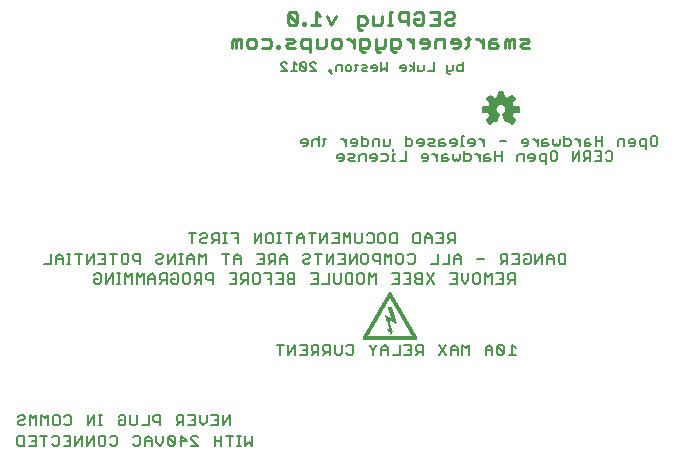
<source format=gbo>
G75*
G70*
%OFA0B0*%
%FSLAX24Y24*%
%IPPOS*%
%LPD*%
%AMOC8*
5,1,8,0,0,1.08239X$1,22.5*
%
%ADD10C,0.0110*%
%ADD11C,0.0080*%
%ADD12C,0.0060*%
%ADD13C,0.0070*%
%ADD14R,0.1716X0.0003*%
%ADD15R,0.1740X0.0003*%
%ADD16R,0.1752X0.0003*%
%ADD17R,0.1758X0.0003*%
%ADD18R,0.1770X0.0003*%
%ADD19R,0.1776X0.0003*%
%ADD20R,0.1782X0.0003*%
%ADD21R,0.1788X0.0003*%
%ADD22R,0.1794X0.0003*%
%ADD23R,0.1800X0.0003*%
%ADD24R,0.1779X0.0003*%
%ADD25R,0.1764X0.0003*%
%ADD26R,0.0111X0.0003*%
%ADD27R,0.0114X0.0003*%
%ADD28R,0.0111X0.0003*%
%ADD29R,0.0114X0.0003*%
%ADD30R,0.0006X0.0003*%
%ADD31R,0.0009X0.0003*%
%ADD32R,0.0012X0.0003*%
%ADD33R,0.0015X0.0003*%
%ADD34R,0.0018X0.0003*%
%ADD35R,0.0024X0.0003*%
%ADD36R,0.0027X0.0003*%
%ADD37R,0.0030X0.0003*%
%ADD38R,0.0033X0.0003*%
%ADD39R,0.0039X0.0003*%
%ADD40R,0.0042X0.0003*%
%ADD41R,0.0045X0.0003*%
%ADD42R,0.0048X0.0003*%
%ADD43R,0.0051X0.0003*%
%ADD44R,0.0057X0.0003*%
%ADD45R,0.0060X0.0003*%
%ADD46R,0.0063X0.0003*%
%ADD47R,0.0066X0.0003*%
%ADD48R,0.0072X0.0003*%
%ADD49R,0.0075X0.0003*%
%ADD50R,0.0078X0.0003*%
%ADD51R,0.0081X0.0003*%
%ADD52R,0.0087X0.0003*%
%ADD53R,0.0090X0.0003*%
%ADD54R,0.0093X0.0003*%
%ADD55R,0.0096X0.0003*%
%ADD56R,0.0099X0.0003*%
%ADD57R,0.0102X0.0003*%
%ADD58R,0.0105X0.0003*%
%ADD59R,0.0108X0.0003*%
%ADD60R,0.0120X0.0003*%
%ADD61R,0.0123X0.0003*%
%ADD62R,0.0126X0.0003*%
%ADD63R,0.0129X0.0003*%
%ADD64R,0.0036X0.0003*%
%ADD65R,0.0024X0.0003*%
%ADD66R,0.0021X0.0003*%
%ADD67R,0.0021X0.0003*%
%ADD68R,0.0069X0.0003*%
%ADD69R,0.0078X0.0003*%
%ADD70R,0.0084X0.0003*%
%ADD71R,0.0081X0.0003*%
%ADD72R,0.0084X0.0003*%
%ADD73R,0.0108X0.0003*%
%ADD74R,0.0087X0.0003*%
%ADD75R,0.0054X0.0003*%
%ADD76R,0.0117X0.0003*%
%ADD77R,0.0132X0.0003*%
%ADD78R,0.0138X0.0003*%
%ADD79R,0.0144X0.0003*%
%ADD80R,0.0150X0.0003*%
%ADD81R,0.0153X0.0003*%
%ADD82R,0.0159X0.0003*%
%ADD83R,0.0165X0.0003*%
%ADD84R,0.0168X0.0003*%
%ADD85R,0.0174X0.0003*%
%ADD86R,0.0180X0.0003*%
%ADD87R,0.0183X0.0003*%
%ADD88R,0.0294X0.0003*%
%ADD89R,0.0291X0.0003*%
%ADD90R,0.0294X0.0003*%
%ADD91R,0.0198X0.0003*%
%ADD92R,0.0192X0.0003*%
%ADD93R,0.0189X0.0003*%
%ADD94R,0.0186X0.0003*%
%ADD95R,0.0174X0.0003*%
%ADD96R,0.0171X0.0003*%
%ADD97R,0.0162X0.0003*%
%ADD98R,0.0156X0.0003*%
%ADD99R,0.0147X0.0003*%
%ADD100R,0.0141X0.0003*%
%ADD101R,0.0135X0.0003*%
%ADD102R,0.0054X0.0003*%
%ADD103R,0.0003X0.0003*%
%ADD104R,0.0141X0.0003*%
%ADD105R,0.0138X0.0003*%
%ADD106R,0.0144X0.0003*%
%ADD107R,0.0003X0.0114*%
%ADD108R,0.0222X0.0003*%
%ADD109R,0.0216X0.0003*%
%ADD110R,0.0210X0.0003*%
%ADD111R,0.0204X0.0003*%
%ADD112C,0.0059*%
D10*
X013570Y015835D02*
X013570Y016285D01*
X013345Y016285D01*
X013270Y016210D01*
X013270Y016060D01*
X013345Y015985D01*
X013570Y015985D01*
X013785Y015985D02*
X013785Y016285D01*
X014086Y016285D02*
X014086Y016060D01*
X014011Y015985D01*
X013785Y015985D01*
X014301Y016060D02*
X014301Y016210D01*
X014376Y016285D01*
X014526Y016285D01*
X014601Y016210D01*
X014601Y016060D01*
X014526Y015985D01*
X014376Y015985D01*
X014301Y016060D01*
X014806Y016285D02*
X014881Y016285D01*
X015031Y016135D01*
X015031Y015985D02*
X015031Y016285D01*
X015246Y016285D02*
X015472Y016285D01*
X015547Y016210D01*
X015547Y016060D01*
X015472Y015985D01*
X015246Y015985D01*
X015246Y015910D02*
X015246Y016285D01*
X015228Y016585D02*
X015153Y016660D01*
X015153Y017035D01*
X015378Y017035D01*
X015453Y016960D01*
X015453Y016810D01*
X015378Y016735D01*
X015153Y016735D01*
X015228Y016585D02*
X015303Y016585D01*
X015668Y016735D02*
X015668Y017035D01*
X015668Y016735D02*
X015894Y016735D01*
X015969Y016810D01*
X015969Y017035D01*
X016237Y017185D02*
X016237Y016735D01*
X016312Y016735D02*
X016162Y016735D01*
X016528Y016960D02*
X016603Y016885D01*
X016828Y016885D01*
X016828Y016735D02*
X016828Y017185D01*
X016603Y017185D01*
X016528Y017110D01*
X016528Y016960D01*
X016312Y017185D02*
X016237Y017185D01*
X017043Y017110D02*
X017119Y017185D01*
X017269Y017185D01*
X017344Y017110D01*
X017344Y016810D01*
X017269Y016735D01*
X017119Y016735D01*
X017043Y016810D01*
X017043Y016960D01*
X017194Y016960D01*
X017559Y016735D02*
X017859Y016735D01*
X017859Y017185D01*
X017559Y017185D01*
X017709Y016960D02*
X017859Y016960D01*
X018075Y016885D02*
X018075Y016810D01*
X018150Y016735D01*
X018300Y016735D01*
X018375Y016810D01*
X018300Y016960D02*
X018150Y016960D01*
X018075Y016885D01*
X018075Y017110D02*
X018150Y017185D01*
X018300Y017185D01*
X018375Y017110D01*
X018375Y017035D01*
X018300Y016960D01*
X018329Y016285D02*
X018254Y016210D01*
X018254Y016135D01*
X018555Y016135D01*
X018555Y016060D02*
X018555Y016210D01*
X018480Y016285D01*
X018329Y016285D01*
X018039Y016285D02*
X017814Y016285D01*
X017739Y016210D01*
X017739Y015985D01*
X017523Y016060D02*
X017523Y016210D01*
X017448Y016285D01*
X017298Y016285D01*
X017223Y016210D01*
X017223Y016135D01*
X017523Y016135D01*
X017523Y016060D02*
X017448Y015985D01*
X017298Y015985D01*
X017008Y015985D02*
X017008Y016285D01*
X017008Y016135D02*
X016858Y016285D01*
X016783Y016285D01*
X016578Y016210D02*
X016578Y016060D01*
X016503Y015985D01*
X016278Y015985D01*
X016278Y015910D02*
X016278Y016285D01*
X016503Y016285D01*
X016578Y016210D01*
X016278Y015910D02*
X016353Y015835D01*
X016428Y015835D01*
X016062Y016060D02*
X015987Y015985D01*
X015762Y015985D01*
X015762Y015910D02*
X015837Y015835D01*
X015912Y015835D01*
X015762Y015910D02*
X015762Y016285D01*
X016062Y016285D02*
X016062Y016060D01*
X015397Y015835D02*
X015322Y015835D01*
X015246Y015910D01*
X014272Y016735D02*
X014122Y017035D01*
X013906Y017035D02*
X013756Y017185D01*
X013756Y016735D01*
X013906Y016735D02*
X013606Y016735D01*
X013390Y016735D02*
X013315Y016735D01*
X013315Y016810D01*
X013390Y016810D01*
X013390Y016735D01*
X013133Y016810D02*
X012832Y017110D01*
X012832Y016810D01*
X012907Y016735D01*
X013058Y016735D01*
X013133Y016810D01*
X013133Y017110D01*
X013058Y017185D01*
X012907Y017185D01*
X012832Y017110D01*
X012754Y016285D02*
X012979Y016285D01*
X013054Y016210D01*
X012979Y016135D01*
X012829Y016135D01*
X012754Y016060D01*
X012829Y015985D01*
X013054Y015985D01*
X012539Y015985D02*
X012464Y015985D01*
X012464Y016060D01*
X012539Y016060D01*
X012539Y015985D01*
X012281Y016060D02*
X012281Y016210D01*
X012206Y016285D01*
X011981Y016285D01*
X011765Y016210D02*
X011765Y016060D01*
X011690Y015985D01*
X011540Y015985D01*
X011465Y016060D01*
X011465Y016210D01*
X011540Y016285D01*
X011690Y016285D01*
X011765Y016210D01*
X011981Y015985D02*
X012206Y015985D01*
X012281Y016060D01*
X011250Y015985D02*
X011250Y016285D01*
X011175Y016285D01*
X011100Y016210D01*
X011025Y016285D01*
X010949Y016210D01*
X010949Y015985D01*
X011100Y015985D02*
X011100Y016210D01*
X014272Y016735D02*
X014422Y017035D01*
X018039Y016285D02*
X018039Y015985D01*
X018329Y015985D02*
X018480Y015985D01*
X018555Y016060D01*
X018748Y015985D02*
X018823Y016060D01*
X018823Y016360D01*
X018898Y016285D02*
X018748Y016285D01*
X019103Y016285D02*
X019178Y016285D01*
X019328Y016135D01*
X019328Y015985D02*
X019328Y016285D01*
X019543Y016210D02*
X019543Y015985D01*
X019769Y015985D01*
X019844Y016060D01*
X019769Y016135D01*
X019543Y016135D01*
X019543Y016210D02*
X019619Y016285D01*
X019769Y016285D01*
X020059Y016210D02*
X020059Y015985D01*
X020209Y015985D02*
X020209Y016210D01*
X020134Y016285D01*
X020059Y016210D01*
X020209Y016210D02*
X020284Y016285D01*
X020359Y016285D01*
X020359Y015985D01*
X020575Y016060D02*
X020650Y016135D01*
X020800Y016135D01*
X020875Y016210D01*
X020800Y016285D01*
X020575Y016285D01*
X020575Y016060D02*
X020650Y015985D01*
X020875Y015985D01*
D11*
X003864Y002720D02*
X003807Y002777D01*
X003807Y003004D01*
X003864Y003060D01*
X004034Y003060D01*
X004034Y002720D01*
X003864Y002720D01*
X004194Y002720D02*
X004421Y002720D01*
X004421Y003060D01*
X004194Y003060D01*
X004308Y002890D02*
X004421Y002890D01*
X004581Y003060D02*
X004808Y003060D01*
X004694Y003060D02*
X004694Y002720D01*
X004968Y002777D02*
X005024Y002720D01*
X005138Y002720D01*
X005195Y002777D01*
X005195Y003004D01*
X005138Y003060D01*
X005024Y003060D01*
X004968Y003004D01*
X005354Y003060D02*
X005581Y003060D01*
X005581Y002720D01*
X005354Y002720D01*
X005468Y002890D02*
X005581Y002890D01*
X005741Y002720D02*
X005741Y003060D01*
X005968Y003060D02*
X005741Y002720D01*
X005968Y002720D02*
X005968Y003060D01*
X006128Y003060D02*
X006128Y002720D01*
X006355Y003060D01*
X006355Y002720D01*
X006515Y002777D02*
X006515Y003004D01*
X006571Y003060D01*
X006685Y003060D01*
X006741Y003004D01*
X006741Y002777D01*
X006685Y002720D01*
X006571Y002720D01*
X006515Y002777D01*
X006901Y002777D02*
X006958Y002720D01*
X007071Y002720D01*
X007128Y002777D01*
X007128Y003004D01*
X007071Y003060D01*
X006958Y003060D01*
X006901Y003004D01*
X006636Y003408D02*
X006523Y003408D01*
X006579Y003408D02*
X006579Y003748D01*
X006523Y003748D02*
X006636Y003748D01*
X006378Y003748D02*
X006151Y003408D01*
X006151Y003748D01*
X006378Y003748D02*
X006378Y003408D01*
X005605Y003464D02*
X005548Y003408D01*
X005435Y003408D01*
X005378Y003464D01*
X005218Y003464D02*
X005218Y003691D01*
X005161Y003748D01*
X005048Y003748D01*
X004991Y003691D01*
X004991Y003464D01*
X005048Y003408D01*
X005161Y003408D01*
X005218Y003464D01*
X005378Y003691D02*
X005435Y003748D01*
X005548Y003748D01*
X005605Y003691D01*
X005605Y003464D01*
X004831Y003408D02*
X004831Y003748D01*
X004718Y003634D01*
X004604Y003748D01*
X004604Y003408D01*
X004445Y003408D02*
X004445Y003748D01*
X004331Y003634D01*
X004218Y003748D01*
X004218Y003408D01*
X004058Y003464D02*
X004001Y003408D01*
X003888Y003408D01*
X003831Y003464D01*
X003831Y003521D01*
X003888Y003578D01*
X004001Y003578D01*
X004058Y003634D01*
X004058Y003691D01*
X004001Y003748D01*
X003888Y003748D01*
X003831Y003691D01*
X007183Y003691D02*
X007239Y003748D01*
X007353Y003748D01*
X007409Y003691D01*
X007409Y003464D01*
X007353Y003408D01*
X007239Y003408D01*
X007183Y003464D01*
X007183Y003578D01*
X007296Y003578D01*
X007569Y003464D02*
X007569Y003748D01*
X007796Y003748D02*
X007796Y003464D01*
X007739Y003408D01*
X007626Y003408D01*
X007569Y003464D01*
X007956Y003408D02*
X008183Y003408D01*
X008183Y003748D01*
X008343Y003691D02*
X008343Y003578D01*
X008399Y003521D01*
X008570Y003521D01*
X008570Y003408D02*
X008570Y003748D01*
X008399Y003748D01*
X008343Y003691D01*
X008448Y003060D02*
X008448Y002833D01*
X008562Y002720D01*
X008675Y002833D01*
X008675Y003060D01*
X008835Y003004D02*
X009062Y002777D01*
X009005Y002720D01*
X008892Y002720D01*
X008835Y002777D01*
X008835Y003004D01*
X008892Y003060D01*
X009005Y003060D01*
X009062Y003004D01*
X009062Y002777D01*
X009222Y002890D02*
X009449Y002890D01*
X009278Y003060D01*
X009278Y002720D01*
X009608Y002720D02*
X009835Y002720D01*
X009608Y002947D01*
X009608Y003004D01*
X009665Y003060D01*
X009779Y003060D01*
X009835Y003004D01*
X009730Y003408D02*
X009503Y003408D01*
X009343Y003408D02*
X009343Y003748D01*
X009173Y003748D01*
X009116Y003691D01*
X009116Y003578D01*
X009173Y003521D01*
X009343Y003521D01*
X009230Y003521D02*
X009116Y003408D01*
X009616Y003578D02*
X009730Y003578D01*
X009890Y003521D02*
X009890Y003748D01*
X009730Y003748D02*
X009730Y003408D01*
X009890Y003521D02*
X010003Y003408D01*
X010117Y003521D01*
X010117Y003748D01*
X010276Y003748D02*
X010503Y003748D01*
X010503Y003408D01*
X010276Y003408D01*
X010390Y003578D02*
X010503Y003578D01*
X010663Y003408D02*
X010663Y003748D01*
X010890Y003748D02*
X010663Y003408D01*
X010890Y003408D02*
X010890Y003748D01*
X010882Y003060D02*
X010882Y002720D01*
X011140Y002720D02*
X011253Y002720D01*
X011197Y002720D02*
X011197Y003060D01*
X011253Y003060D02*
X011140Y003060D01*
X010995Y003060D02*
X010769Y003060D01*
X010609Y003060D02*
X010609Y002720D01*
X010609Y002890D02*
X010382Y002890D01*
X010382Y003060D02*
X010382Y002720D01*
X011413Y002720D02*
X011413Y003060D01*
X011640Y003060D02*
X011640Y002720D01*
X011527Y002833D01*
X011413Y002720D01*
X009730Y003748D02*
X009503Y003748D01*
X008288Y002947D02*
X008175Y003060D01*
X008061Y002947D01*
X008061Y002720D01*
X007902Y002777D02*
X007845Y002720D01*
X007731Y002720D01*
X007675Y002777D01*
X007675Y003004D02*
X007731Y003060D01*
X007845Y003060D01*
X007902Y003004D01*
X007902Y002777D01*
X008061Y002890D02*
X008288Y002890D01*
X008288Y002947D02*
X008288Y002720D01*
X012573Y005751D02*
X012573Y006092D01*
X012460Y006092D02*
X012687Y006092D01*
X012847Y006092D02*
X012847Y005751D01*
X013073Y006092D01*
X013073Y005751D01*
X013233Y005751D02*
X013460Y005751D01*
X013460Y006092D01*
X013233Y006092D01*
X013347Y005921D02*
X013460Y005921D01*
X013620Y005921D02*
X013677Y005865D01*
X013847Y005865D01*
X013733Y005865D02*
X013620Y005751D01*
X013620Y005921D02*
X013620Y006035D01*
X013677Y006092D01*
X013847Y006092D01*
X013847Y005751D01*
X014007Y005751D02*
X014120Y005865D01*
X014063Y005865D02*
X014234Y005865D01*
X014234Y005751D02*
X014234Y006092D01*
X014063Y006092D01*
X014007Y006035D01*
X014007Y005921D01*
X014063Y005865D01*
X014393Y005808D02*
X014393Y006092D01*
X014620Y006092D02*
X014620Y005808D01*
X014564Y005751D01*
X014450Y005751D01*
X014393Y005808D01*
X014780Y005808D02*
X014837Y005751D01*
X014950Y005751D01*
X015007Y005808D01*
X015007Y006035D01*
X014950Y006092D01*
X014837Y006092D01*
X014780Y006035D01*
X015554Y006035D02*
X015554Y006092D01*
X015554Y006035D02*
X015667Y005921D01*
X015667Y005751D01*
X015667Y005921D02*
X015781Y006035D01*
X015781Y006092D01*
X015940Y005978D02*
X015940Y005751D01*
X015940Y005921D02*
X016167Y005921D01*
X016167Y005978D02*
X016054Y006092D01*
X015940Y005978D01*
X016167Y005978D02*
X016167Y005751D01*
X016327Y005751D02*
X016554Y005751D01*
X016554Y006092D01*
X016714Y006092D02*
X016941Y006092D01*
X016941Y005751D01*
X016714Y005751D01*
X016827Y005921D02*
X016941Y005921D01*
X017101Y005921D02*
X017157Y005865D01*
X017327Y005865D01*
X017214Y005865D02*
X017101Y005751D01*
X017101Y005921D02*
X017101Y006035D01*
X017157Y006092D01*
X017327Y006092D01*
X017327Y005751D01*
X017874Y005751D02*
X018101Y006092D01*
X018261Y005978D02*
X018261Y005751D01*
X018101Y005751D02*
X017874Y006092D01*
X018261Y005978D02*
X018374Y006092D01*
X018488Y005978D01*
X018488Y005751D01*
X018647Y005751D02*
X018647Y006092D01*
X018761Y005978D01*
X018874Y006092D01*
X018874Y005751D01*
X018488Y005921D02*
X018261Y005921D01*
X019421Y005921D02*
X019648Y005921D01*
X019648Y005978D02*
X019534Y006092D01*
X019421Y005978D01*
X019421Y005751D01*
X019648Y005751D02*
X019648Y005978D01*
X019808Y006035D02*
X020035Y005808D01*
X019978Y005751D01*
X019864Y005751D01*
X019808Y005808D01*
X019808Y006035D01*
X019864Y006092D01*
X019978Y006092D01*
X020035Y006035D01*
X020035Y005808D01*
X020194Y005751D02*
X020421Y005751D01*
X020308Y005751D02*
X020308Y006092D01*
X020421Y005978D01*
X020390Y008126D02*
X020390Y008467D01*
X020220Y008467D01*
X020163Y008410D01*
X020163Y008296D01*
X020220Y008240D01*
X020390Y008240D01*
X020277Y008240D02*
X020163Y008126D01*
X020003Y008126D02*
X019776Y008126D01*
X019617Y008126D02*
X019617Y008467D01*
X019503Y008353D01*
X019390Y008467D01*
X019390Y008126D01*
X019230Y008183D02*
X019230Y008410D01*
X019173Y008467D01*
X019060Y008467D01*
X019003Y008410D01*
X019003Y008183D01*
X019060Y008126D01*
X019173Y008126D01*
X019230Y008183D01*
X018843Y008240D02*
X018730Y008126D01*
X018616Y008240D01*
X018616Y008467D01*
X018456Y008467D02*
X018456Y008126D01*
X018229Y008126D01*
X018343Y008296D02*
X018456Y008296D01*
X018456Y008467D02*
X018229Y008467D01*
X018210Y008783D02*
X017983Y008783D01*
X017823Y008783D02*
X017597Y008783D01*
X017823Y008783D02*
X017823Y009123D01*
X017776Y009470D02*
X018003Y009470D01*
X018003Y009810D01*
X017776Y009810D01*
X017617Y009697D02*
X017503Y009810D01*
X017390Y009697D01*
X017390Y009470D01*
X017230Y009470D02*
X017060Y009470D01*
X017003Y009527D01*
X017003Y009754D01*
X017060Y009810D01*
X017230Y009810D01*
X017230Y009470D01*
X017390Y009640D02*
X017617Y009640D01*
X017617Y009697D02*
X017617Y009470D01*
X017890Y009640D02*
X018003Y009640D01*
X018163Y009640D02*
X018220Y009583D01*
X018390Y009583D01*
X018390Y009470D02*
X018390Y009810D01*
X018220Y009810D01*
X018163Y009754D01*
X018163Y009640D01*
X018277Y009583D02*
X018163Y009470D01*
X018210Y009123D02*
X018210Y008783D01*
X018370Y008783D02*
X018370Y009009D01*
X018483Y009123D01*
X018597Y009009D01*
X018597Y008783D01*
X018597Y008953D02*
X018370Y008953D01*
X018843Y008467D02*
X018843Y008240D01*
X019144Y008953D02*
X019370Y008953D01*
X019917Y008953D02*
X019974Y008896D01*
X020144Y008896D01*
X020144Y008783D02*
X020144Y009123D01*
X019974Y009123D01*
X019917Y009066D01*
X019917Y008953D01*
X020030Y008896D02*
X019917Y008783D01*
X020003Y008467D02*
X019776Y008467D01*
X019890Y008296D02*
X020003Y008296D01*
X020003Y008126D02*
X020003Y008467D01*
X020304Y008783D02*
X020531Y008783D01*
X020531Y009123D01*
X020304Y009123D01*
X020417Y008953D02*
X020531Y008953D01*
X020690Y008953D02*
X020804Y008953D01*
X020690Y008953D02*
X020690Y008839D01*
X020747Y008783D01*
X020861Y008783D01*
X020917Y008839D01*
X020917Y009066D01*
X020861Y009123D01*
X020747Y009123D01*
X020690Y009066D01*
X021077Y009123D02*
X021077Y008783D01*
X021304Y009123D01*
X021304Y008783D01*
X021464Y008783D02*
X021464Y009009D01*
X021577Y009123D01*
X021691Y009009D01*
X021691Y008783D01*
X021851Y008839D02*
X021907Y008783D01*
X022077Y008783D01*
X022077Y009123D01*
X021907Y009123D01*
X021851Y009066D01*
X021851Y008839D01*
X021691Y008953D02*
X021464Y008953D01*
X017683Y008467D02*
X017456Y008126D01*
X017296Y008126D02*
X017126Y008126D01*
X017069Y008183D01*
X017069Y008240D01*
X017126Y008296D01*
X017296Y008296D01*
X017296Y008126D02*
X017296Y008467D01*
X017126Y008467D01*
X017069Y008410D01*
X017069Y008353D01*
X017126Y008296D01*
X016909Y008296D02*
X016796Y008296D01*
X016909Y008126D02*
X016683Y008126D01*
X016523Y008126D02*
X016296Y008126D01*
X016409Y008296D02*
X016523Y008296D01*
X016523Y008126D02*
X016523Y008467D01*
X016296Y008467D01*
X016277Y008783D02*
X016277Y009123D01*
X016163Y009009D01*
X016050Y009123D01*
X016050Y008783D01*
X015890Y008783D02*
X015890Y009123D01*
X015720Y009123D01*
X015663Y009066D01*
X015663Y008953D01*
X015720Y008896D01*
X015890Y008896D01*
X015503Y008839D02*
X015446Y008783D01*
X015333Y008783D01*
X015276Y008839D01*
X015276Y009066D01*
X015333Y009123D01*
X015446Y009123D01*
X015503Y009066D01*
X015503Y008839D01*
X015116Y008783D02*
X015116Y009123D01*
X014889Y008783D01*
X014889Y009123D01*
X014730Y009123D02*
X014730Y008783D01*
X014503Y008783D01*
X014343Y008783D02*
X014343Y009123D01*
X014116Y008783D01*
X014116Y009123D01*
X013956Y009123D02*
X013729Y009123D01*
X013843Y009123D02*
X013843Y008783D01*
X013569Y008839D02*
X013513Y008783D01*
X013399Y008783D01*
X013343Y008839D01*
X013343Y008896D01*
X013399Y008953D01*
X013513Y008953D01*
X013569Y009009D01*
X013569Y009066D01*
X013513Y009123D01*
X013399Y009123D01*
X013343Y009066D01*
X013363Y009470D02*
X013363Y009697D01*
X013249Y009810D01*
X013136Y009697D01*
X013136Y009470D01*
X013136Y009640D02*
X013363Y009640D01*
X013522Y009810D02*
X013749Y009810D01*
X013636Y009810D02*
X013636Y009470D01*
X013909Y009470D02*
X013909Y009810D01*
X014136Y009810D02*
X013909Y009470D01*
X014136Y009470D02*
X014136Y009810D01*
X014296Y009810D02*
X014523Y009810D01*
X014523Y009470D01*
X014296Y009470D01*
X014409Y009640D02*
X014523Y009640D01*
X014683Y009810D02*
X014683Y009470D01*
X014909Y009470D02*
X014909Y009810D01*
X014796Y009697D01*
X014683Y009810D01*
X015069Y009810D02*
X015069Y009527D01*
X015126Y009470D01*
X015239Y009470D01*
X015296Y009527D01*
X015296Y009810D01*
X015456Y009754D02*
X015513Y009810D01*
X015626Y009810D01*
X015683Y009754D01*
X015683Y009527D01*
X015626Y009470D01*
X015513Y009470D01*
X015456Y009527D01*
X015843Y009527D02*
X015843Y009754D01*
X015899Y009810D01*
X016013Y009810D01*
X016070Y009754D01*
X016070Y009527D01*
X016013Y009470D01*
X015899Y009470D01*
X015843Y009527D01*
X016229Y009527D02*
X016229Y009754D01*
X016286Y009810D01*
X016456Y009810D01*
X016456Y009470D01*
X016286Y009470D01*
X016229Y009527D01*
X016493Y009123D02*
X016436Y009066D01*
X016436Y008839D01*
X016493Y008783D01*
X016607Y008783D01*
X016663Y008839D01*
X016663Y009066D01*
X016607Y009123D01*
X016493Y009123D01*
X016823Y009066D02*
X016880Y009123D01*
X016993Y009123D01*
X017050Y009066D01*
X017050Y008839D01*
X016993Y008783D01*
X016880Y008783D01*
X016823Y008839D01*
X016909Y008467D02*
X016683Y008467D01*
X016909Y008467D02*
X016909Y008126D01*
X017456Y008467D02*
X017683Y008126D01*
X015749Y008126D02*
X015749Y008467D01*
X015636Y008353D01*
X015522Y008467D01*
X015522Y008126D01*
X015363Y008183D02*
X015363Y008410D01*
X015306Y008467D01*
X015192Y008467D01*
X015136Y008410D01*
X015136Y008183D01*
X015192Y008126D01*
X015306Y008126D01*
X015363Y008183D01*
X014976Y008126D02*
X014806Y008126D01*
X014749Y008183D01*
X014749Y008410D01*
X014806Y008467D01*
X014976Y008467D01*
X014976Y008126D01*
X014589Y008183D02*
X014589Y008467D01*
X014362Y008467D02*
X014362Y008183D01*
X014419Y008126D01*
X014532Y008126D01*
X014589Y008183D01*
X014202Y008126D02*
X013975Y008126D01*
X013816Y008126D02*
X013589Y008126D01*
X013702Y008296D02*
X013816Y008296D01*
X013816Y008126D02*
X013816Y008467D01*
X013589Y008467D01*
X013042Y008467D02*
X013042Y008126D01*
X012872Y008126D01*
X012815Y008183D01*
X012815Y008240D01*
X012872Y008296D01*
X013042Y008296D01*
X012872Y008296D02*
X012815Y008353D01*
X012815Y008410D01*
X012872Y008467D01*
X013042Y008467D01*
X012655Y008467D02*
X012655Y008126D01*
X012429Y008126D01*
X012269Y008126D02*
X012269Y008467D01*
X012042Y008467D01*
X011882Y008410D02*
X011882Y008183D01*
X011825Y008126D01*
X011712Y008126D01*
X011655Y008183D01*
X011655Y008410D01*
X011712Y008467D01*
X011825Y008467D01*
X011882Y008410D01*
X012155Y008296D02*
X012269Y008296D01*
X012429Y008467D02*
X012655Y008467D01*
X012655Y008296D02*
X012542Y008296D01*
X012569Y008783D02*
X012569Y009009D01*
X012683Y009123D01*
X012796Y009009D01*
X012796Y008783D01*
X012796Y008953D02*
X012569Y008953D01*
X012409Y008896D02*
X012239Y008896D01*
X012182Y008953D01*
X012182Y009066D01*
X012239Y009123D01*
X012409Y009123D01*
X012409Y008783D01*
X012296Y008896D02*
X012182Y008783D01*
X012023Y008783D02*
X011796Y008783D01*
X011909Y008953D02*
X012023Y008953D01*
X012023Y009123D02*
X011796Y009123D01*
X012023Y009123D02*
X012023Y008783D01*
X011495Y008467D02*
X011325Y008467D01*
X011268Y008410D01*
X011268Y008296D01*
X011325Y008240D01*
X011495Y008240D01*
X011382Y008240D02*
X011268Y008126D01*
X011108Y008126D02*
X010882Y008126D01*
X010995Y008296D02*
X011108Y008296D01*
X011108Y008126D02*
X011108Y008467D01*
X010882Y008467D01*
X010749Y008783D02*
X010749Y009123D01*
X010862Y009123D02*
X010635Y009123D01*
X011022Y009009D02*
X011022Y008783D01*
X011022Y008953D02*
X011249Y008953D01*
X011249Y009009D02*
X011136Y009123D01*
X011022Y009009D01*
X011249Y009009D02*
X011249Y008783D01*
X011495Y008467D02*
X011495Y008126D01*
X010335Y008126D02*
X010335Y008467D01*
X010165Y008467D01*
X010108Y008410D01*
X010108Y008296D01*
X010165Y008240D01*
X010335Y008240D01*
X009948Y008240D02*
X009778Y008240D01*
X009721Y008296D01*
X009721Y008410D01*
X009778Y008467D01*
X009948Y008467D01*
X009948Y008126D01*
X009835Y008240D02*
X009721Y008126D01*
X009562Y008183D02*
X009562Y008410D01*
X009505Y008467D01*
X009391Y008467D01*
X009335Y008410D01*
X009335Y008183D01*
X009391Y008126D01*
X009505Y008126D01*
X009562Y008183D01*
X009175Y008183D02*
X009175Y008410D01*
X009118Y008467D01*
X009005Y008467D01*
X008948Y008410D01*
X008948Y008296D02*
X009061Y008296D01*
X008948Y008296D02*
X008948Y008183D01*
X009005Y008126D01*
X009118Y008126D01*
X009175Y008183D01*
X008788Y008240D02*
X008618Y008240D01*
X008561Y008296D01*
X008561Y008410D01*
X008618Y008467D01*
X008788Y008467D01*
X008788Y008126D01*
X008675Y008240D02*
X008561Y008126D01*
X008401Y008126D02*
X008401Y008353D01*
X008288Y008467D01*
X008175Y008353D01*
X008175Y008126D01*
X008015Y008126D02*
X008015Y008467D01*
X007901Y008353D01*
X007788Y008467D01*
X007788Y008126D01*
X007628Y008126D02*
X007628Y008467D01*
X007514Y008353D01*
X007401Y008467D01*
X007401Y008126D01*
X007241Y008126D02*
X007128Y008126D01*
X007184Y008126D02*
X007184Y008467D01*
X007128Y008467D02*
X007241Y008467D01*
X006983Y008467D02*
X006757Y008126D01*
X006757Y008467D01*
X006597Y008410D02*
X006597Y008183D01*
X006540Y008126D01*
X006426Y008126D01*
X006370Y008183D01*
X006370Y008296D01*
X006483Y008296D01*
X006370Y008410D02*
X006426Y008467D01*
X006540Y008467D01*
X006597Y008410D01*
X006983Y008467D02*
X006983Y008126D01*
X007010Y008783D02*
X007010Y009123D01*
X006897Y009123D02*
X007124Y009123D01*
X007284Y009066D02*
X007341Y009123D01*
X007454Y009123D01*
X007511Y009066D01*
X007511Y008839D01*
X007454Y008783D01*
X007341Y008783D01*
X007284Y008839D01*
X007284Y009066D01*
X006737Y009123D02*
X006737Y008783D01*
X006510Y008783D01*
X006350Y008783D02*
X006350Y009123D01*
X006124Y008783D01*
X006124Y009123D01*
X005964Y009123D02*
X005737Y009123D01*
X005850Y009123D02*
X005850Y008783D01*
X005577Y008783D02*
X005464Y008783D01*
X005520Y008783D02*
X005520Y009123D01*
X005464Y009123D02*
X005577Y009123D01*
X005319Y009009D02*
X005206Y009123D01*
X005092Y009009D01*
X005092Y008783D01*
X004932Y008783D02*
X004706Y008783D01*
X004932Y008783D02*
X004932Y009123D01*
X005092Y008953D02*
X005319Y008953D01*
X005319Y009009D02*
X005319Y008783D01*
X006510Y009123D02*
X006737Y009123D01*
X006737Y008953D02*
X006624Y008953D01*
X007671Y008953D02*
X007727Y008896D01*
X007897Y008896D01*
X007897Y008783D02*
X007897Y009123D01*
X007727Y009123D01*
X007671Y009066D01*
X007671Y008953D01*
X008444Y008896D02*
X008444Y008839D01*
X008501Y008783D01*
X008614Y008783D01*
X008671Y008839D01*
X008614Y008953D02*
X008501Y008953D01*
X008444Y008896D01*
X008444Y009066D02*
X008501Y009123D01*
X008614Y009123D01*
X008671Y009066D01*
X008671Y009009D01*
X008614Y008953D01*
X008831Y008783D02*
X008831Y009123D01*
X009058Y009123D02*
X008831Y008783D01*
X009058Y008783D02*
X009058Y009123D01*
X009202Y009123D02*
X009315Y009123D01*
X009259Y009123D02*
X009259Y008783D01*
X009315Y008783D02*
X009202Y008783D01*
X009475Y008783D02*
X009475Y009009D01*
X009589Y009123D01*
X009702Y009009D01*
X009702Y008783D01*
X009862Y008783D02*
X009862Y009123D01*
X009975Y009009D01*
X010089Y009123D01*
X010089Y008783D01*
X009702Y008953D02*
X009475Y008953D01*
X009640Y009470D02*
X009640Y009810D01*
X009753Y009810D02*
X009526Y009810D01*
X009913Y009754D02*
X009970Y009810D01*
X010083Y009810D01*
X010140Y009754D01*
X010140Y009697D01*
X010083Y009640D01*
X009970Y009640D01*
X009913Y009583D01*
X009913Y009527D01*
X009970Y009470D01*
X010083Y009470D01*
X010140Y009527D01*
X010300Y009470D02*
X010413Y009583D01*
X010356Y009583D02*
X010526Y009583D01*
X010526Y009470D02*
X010526Y009810D01*
X010356Y009810D01*
X010300Y009754D01*
X010300Y009640D01*
X010356Y009583D01*
X010671Y009470D02*
X010784Y009470D01*
X010728Y009470D02*
X010728Y009810D01*
X010784Y009810D02*
X010671Y009810D01*
X010944Y009810D02*
X011171Y009810D01*
X011171Y009470D01*
X011171Y009640D02*
X011058Y009640D01*
X011718Y009470D02*
X011718Y009810D01*
X011945Y009810D02*
X011718Y009470D01*
X011945Y009470D02*
X011945Y009810D01*
X012104Y009754D02*
X012161Y009810D01*
X012275Y009810D01*
X012331Y009754D01*
X012331Y009527D01*
X012275Y009470D01*
X012161Y009470D01*
X012104Y009527D01*
X012104Y009754D01*
X012476Y009810D02*
X012589Y009810D01*
X012532Y009810D02*
X012532Y009470D01*
X012476Y009470D02*
X012589Y009470D01*
X012862Y009470D02*
X012862Y009810D01*
X012749Y009810D02*
X012976Y009810D01*
X014503Y009123D02*
X014730Y009123D01*
X014730Y008953D02*
X014616Y008953D01*
X014202Y008467D02*
X014202Y008126D01*
X008401Y008296D02*
X008175Y008296D01*
D12*
X012602Y015210D02*
X012795Y015210D01*
X012602Y015403D01*
X012602Y015452D01*
X012650Y015500D01*
X012747Y015500D01*
X012795Y015452D01*
X013021Y015500D02*
X013021Y015210D01*
X013118Y015210D02*
X012924Y015210D01*
X013118Y015403D02*
X013021Y015500D01*
X013246Y015452D02*
X013440Y015258D01*
X013392Y015210D01*
X013295Y015210D01*
X013246Y015258D01*
X013246Y015452D01*
X013295Y015500D01*
X013392Y015500D01*
X013440Y015452D01*
X013440Y015258D01*
X013569Y015210D02*
X013762Y015210D01*
X013569Y015403D01*
X013569Y015452D01*
X013617Y015500D01*
X013714Y015500D01*
X013762Y015452D01*
X014203Y015258D02*
X014251Y015258D01*
X014251Y015210D01*
X014203Y015210D01*
X014203Y015258D01*
X014203Y015210D02*
X014299Y015113D01*
X014428Y015210D02*
X014428Y015355D01*
X014476Y015403D01*
X014622Y015403D01*
X014622Y015210D01*
X014750Y015258D02*
X014750Y015355D01*
X014799Y015403D01*
X014895Y015403D01*
X014944Y015355D01*
X014944Y015258D01*
X014895Y015210D01*
X014799Y015210D01*
X014750Y015258D01*
X015062Y015210D02*
X015110Y015258D01*
X015110Y015452D01*
X015062Y015403D02*
X015159Y015403D01*
X015287Y015403D02*
X015433Y015403D01*
X015481Y015355D01*
X015433Y015307D01*
X015336Y015307D01*
X015287Y015258D01*
X015336Y015210D01*
X015481Y015210D01*
X015610Y015307D02*
X015803Y015307D01*
X015803Y015355D02*
X015755Y015403D01*
X015658Y015403D01*
X015610Y015355D01*
X015610Y015307D01*
X015658Y015210D02*
X015755Y015210D01*
X015803Y015258D01*
X015803Y015355D01*
X015932Y015210D02*
X015932Y015500D01*
X016126Y015500D02*
X016126Y015210D01*
X016029Y015307D01*
X015932Y015210D01*
X016577Y015307D02*
X016770Y015307D01*
X016770Y015355D02*
X016722Y015403D01*
X016625Y015403D01*
X016577Y015355D01*
X016577Y015307D01*
X016625Y015210D02*
X016722Y015210D01*
X016770Y015258D01*
X016770Y015355D01*
X016894Y015403D02*
X017039Y015307D01*
X016894Y015210D01*
X017039Y015210D02*
X017039Y015500D01*
X017167Y015403D02*
X017167Y015210D01*
X017313Y015210D01*
X017361Y015258D01*
X017361Y015403D01*
X017490Y015210D02*
X017683Y015210D01*
X017683Y015500D01*
X018134Y015403D02*
X018134Y015162D01*
X018183Y015113D01*
X018231Y015113D01*
X018279Y015210D02*
X018134Y015210D01*
X018279Y015210D02*
X018328Y015258D01*
X018328Y015403D01*
X018457Y015355D02*
X018457Y015258D01*
X018505Y015210D01*
X018650Y015210D01*
X018650Y015500D01*
X018650Y015403D02*
X018505Y015403D01*
X018457Y015355D01*
D13*
X018644Y013045D02*
X018644Y012715D01*
X018699Y012715D02*
X018589Y012715D01*
X018454Y012770D02*
X018454Y012880D01*
X018399Y012935D01*
X018289Y012935D01*
X018234Y012880D01*
X018234Y012825D01*
X018454Y012825D01*
X018454Y012770D02*
X018399Y012715D01*
X018289Y012715D01*
X018086Y012770D02*
X018031Y012825D01*
X017865Y012825D01*
X017865Y012880D02*
X017865Y012715D01*
X018031Y012715D01*
X018086Y012770D01*
X018031Y012935D02*
X017921Y012935D01*
X017865Y012880D01*
X017717Y012880D02*
X017662Y012935D01*
X017497Y012935D01*
X017552Y012825D02*
X017662Y012825D01*
X017717Y012880D01*
X017717Y012715D02*
X017552Y012715D01*
X017497Y012770D01*
X017552Y012825D01*
X017349Y012825D02*
X017129Y012825D01*
X017129Y012880D01*
X017184Y012935D01*
X017294Y012935D01*
X017349Y012880D01*
X017349Y012770D01*
X017294Y012715D01*
X017184Y012715D01*
X016981Y012770D02*
X016981Y012880D01*
X016926Y012935D01*
X016761Y012935D01*
X016761Y013045D02*
X016761Y012715D01*
X016926Y012715D01*
X016981Y012770D01*
X016770Y012545D02*
X016770Y012215D01*
X016550Y012215D01*
X016401Y012215D02*
X016291Y012215D01*
X016346Y012215D02*
X016346Y012435D01*
X016401Y012435D01*
X016346Y012545D02*
X016346Y012600D01*
X016189Y012715D02*
X016024Y012715D01*
X016024Y012935D01*
X015876Y012935D02*
X015711Y012935D01*
X015656Y012880D01*
X015656Y012715D01*
X015507Y012770D02*
X015507Y012880D01*
X015452Y012935D01*
X015287Y012935D01*
X015287Y013045D02*
X015287Y012715D01*
X015452Y012715D01*
X015507Y012770D01*
X015139Y012770D02*
X015084Y012715D01*
X014974Y012715D01*
X014919Y012825D02*
X015139Y012825D01*
X015139Y012770D02*
X015139Y012880D01*
X015084Y012935D01*
X014974Y012935D01*
X014919Y012880D01*
X014919Y012825D01*
X014771Y012825D02*
X014661Y012935D01*
X014606Y012935D01*
X014771Y012935D02*
X014771Y012715D01*
X014831Y012435D02*
X014996Y012435D01*
X015051Y012380D01*
X014996Y012325D01*
X014886Y012325D01*
X014831Y012270D01*
X014886Y012215D01*
X015051Y012215D01*
X015199Y012215D02*
X015199Y012380D01*
X015254Y012435D01*
X015419Y012435D01*
X015419Y012215D01*
X015567Y012325D02*
X015567Y012380D01*
X015622Y012435D01*
X015733Y012435D01*
X015788Y012380D01*
X015788Y012270D01*
X015733Y012215D01*
X015622Y012215D01*
X015567Y012325D02*
X015788Y012325D01*
X015936Y012215D02*
X016101Y012215D01*
X016156Y012270D01*
X016156Y012380D01*
X016101Y012435D01*
X015936Y012435D01*
X015876Y012715D02*
X015876Y012935D01*
X016244Y012935D02*
X016244Y012770D01*
X016189Y012715D01*
X017286Y012380D02*
X017286Y012325D01*
X017506Y012325D01*
X017506Y012270D02*
X017506Y012380D01*
X017451Y012435D01*
X017341Y012435D01*
X017286Y012380D01*
X017341Y012215D02*
X017451Y012215D01*
X017506Y012270D01*
X017648Y012435D02*
X017703Y012435D01*
X017813Y012325D01*
X017813Y012215D02*
X017813Y012435D01*
X017961Y012380D02*
X017961Y012215D01*
X018127Y012215D01*
X018182Y012270D01*
X018127Y012325D01*
X017961Y012325D01*
X017961Y012380D02*
X018017Y012435D01*
X018127Y012435D01*
X018330Y012435D02*
X018330Y012270D01*
X018385Y012215D01*
X018440Y012270D01*
X018495Y012215D01*
X018550Y012270D01*
X018550Y012435D01*
X018698Y012435D02*
X018863Y012435D01*
X018918Y012380D01*
X018918Y012270D01*
X018863Y012215D01*
X018698Y012215D01*
X018698Y012545D01*
X018903Y012715D02*
X019013Y012715D01*
X019068Y012770D01*
X019068Y012880D01*
X019013Y012935D01*
X018903Y012935D01*
X018848Y012880D01*
X018848Y012825D01*
X019068Y012825D01*
X019210Y012935D02*
X019265Y012935D01*
X019375Y012825D01*
X019375Y012715D02*
X019375Y012935D01*
X019891Y012880D02*
X020111Y012880D01*
X019962Y012545D02*
X019962Y012215D01*
X019962Y012380D02*
X019742Y012380D01*
X019742Y012545D02*
X019742Y012215D01*
X019594Y012270D02*
X019538Y012325D01*
X019373Y012325D01*
X019373Y012380D02*
X019373Y012215D01*
X019538Y012215D01*
X019594Y012270D01*
X019538Y012435D02*
X019428Y012435D01*
X019373Y012380D01*
X019225Y012325D02*
X019115Y012435D01*
X019060Y012435D01*
X019225Y012435D02*
X019225Y012215D01*
X018699Y013045D02*
X018644Y013045D01*
X020478Y012380D02*
X020478Y012215D01*
X020478Y012380D02*
X020533Y012435D01*
X020698Y012435D01*
X020698Y012215D01*
X020847Y012325D02*
X020847Y012380D01*
X020902Y012435D01*
X021012Y012435D01*
X021067Y012380D01*
X021067Y012270D01*
X021012Y012215D01*
X020902Y012215D01*
X020847Y012325D02*
X021067Y012325D01*
X021215Y012380D02*
X021215Y012270D01*
X021270Y012215D01*
X021435Y012215D01*
X021435Y012105D02*
X021435Y012435D01*
X021270Y012435D01*
X021215Y012380D01*
X021155Y012715D02*
X021155Y012935D01*
X021155Y012825D02*
X021045Y012935D01*
X020990Y012935D01*
X020848Y012880D02*
X020793Y012935D01*
X020683Y012935D01*
X020628Y012880D01*
X020628Y012825D01*
X020848Y012825D01*
X020848Y012770D02*
X020848Y012880D01*
X020848Y012770D02*
X020793Y012715D01*
X020683Y012715D01*
X021303Y012715D02*
X021468Y012715D01*
X021523Y012770D01*
X021468Y012825D01*
X021303Y012825D01*
X021303Y012880D02*
X021303Y012715D01*
X021303Y012880D02*
X021358Y012935D01*
X021468Y012935D01*
X021671Y012935D02*
X021671Y012770D01*
X021726Y012715D01*
X021781Y012770D01*
X021837Y012715D01*
X021892Y012770D01*
X021892Y012935D01*
X022040Y012935D02*
X022205Y012935D01*
X022260Y012880D01*
X022260Y012770D01*
X022205Y012715D01*
X022040Y012715D01*
X022040Y013045D01*
X022402Y012935D02*
X022457Y012935D01*
X022567Y012825D01*
X022567Y012715D02*
X022567Y012935D01*
X022715Y012880D02*
X022715Y012715D01*
X022880Y012715D01*
X022935Y012770D01*
X022880Y012825D01*
X022715Y012825D01*
X022715Y012880D02*
X022770Y012935D01*
X022880Y012935D01*
X023083Y012880D02*
X023303Y012880D01*
X023303Y012715D02*
X023303Y013045D01*
X023083Y013045D02*
X023083Y012715D01*
X023056Y012545D02*
X023277Y012545D01*
X023277Y012215D01*
X023056Y012215D01*
X022908Y012215D02*
X022908Y012545D01*
X022743Y012545D01*
X022688Y012490D01*
X022688Y012380D01*
X022743Y012325D01*
X022908Y012325D01*
X022798Y012325D02*
X022688Y012215D01*
X022540Y012215D02*
X022540Y012545D01*
X022320Y012215D01*
X022320Y012545D01*
X021803Y012490D02*
X021803Y012270D01*
X021748Y012215D01*
X021638Y012215D01*
X021583Y012270D01*
X021583Y012490D01*
X021638Y012545D01*
X021748Y012545D01*
X021803Y012490D01*
X023167Y012380D02*
X023277Y012380D01*
X023425Y012270D02*
X023480Y012215D01*
X023590Y012215D01*
X023645Y012270D01*
X023645Y012490D01*
X023590Y012545D01*
X023480Y012545D01*
X023425Y012490D01*
X023820Y012715D02*
X023820Y012880D01*
X023875Y012935D01*
X024040Y012935D01*
X024040Y012715D01*
X024188Y012825D02*
X024408Y012825D01*
X024408Y012770D02*
X024408Y012880D01*
X024353Y012935D01*
X024243Y012935D01*
X024188Y012880D01*
X024188Y012825D01*
X024243Y012715D02*
X024353Y012715D01*
X024408Y012770D01*
X024556Y012770D02*
X024612Y012715D01*
X024777Y012715D01*
X024777Y012605D02*
X024777Y012935D01*
X024612Y012935D01*
X024556Y012880D01*
X024556Y012770D01*
X024925Y012770D02*
X024980Y012715D01*
X025090Y012715D01*
X025145Y012770D01*
X025145Y012990D01*
X025090Y013045D01*
X024980Y013045D01*
X024925Y012990D01*
X024925Y012770D01*
X014683Y012380D02*
X014683Y012270D01*
X014628Y012215D01*
X014518Y012215D01*
X014462Y012325D02*
X014683Y012325D01*
X014683Y012380D02*
X014628Y012435D01*
X014518Y012435D01*
X014462Y012380D01*
X014462Y012325D01*
X014041Y012770D02*
X013985Y012715D01*
X014041Y012770D02*
X014041Y012990D01*
X014096Y012935D02*
X013985Y012935D01*
X013850Y012880D02*
X013795Y012935D01*
X013685Y012935D01*
X013630Y012880D01*
X013630Y012715D01*
X013482Y012770D02*
X013482Y012880D01*
X013427Y012935D01*
X013317Y012935D01*
X013262Y012880D01*
X013262Y012825D01*
X013482Y012825D01*
X013482Y012770D02*
X013427Y012715D01*
X013317Y012715D01*
X013850Y012715D02*
X013850Y013045D01*
D14*
X016233Y006238D03*
D15*
X016233Y006241D03*
D16*
X016233Y006244D03*
D17*
X016233Y006247D03*
X016233Y006334D03*
D18*
X016233Y006325D03*
X016233Y006322D03*
X016233Y006250D03*
D19*
X016233Y006253D03*
X016233Y006256D03*
X016233Y006319D03*
D20*
X016233Y006313D03*
X016233Y006259D03*
D21*
X016233Y006262D03*
X016233Y006265D03*
X016233Y006307D03*
X016233Y006310D03*
D22*
X016233Y006304D03*
X016233Y006301D03*
X016233Y006298D03*
X016233Y006274D03*
X016233Y006271D03*
X016233Y006268D03*
D23*
X016233Y006277D03*
X016233Y006280D03*
X016233Y006283D03*
X016233Y006286D03*
X016233Y006289D03*
X016233Y006292D03*
X016233Y006295D03*
D24*
X016231Y006316D03*
D25*
X016233Y006328D03*
X016233Y006331D03*
D26*
X016246Y006538D03*
X016156Y006979D03*
X016318Y007045D03*
X016309Y007069D03*
X016549Y007210D03*
X016549Y007213D03*
X016546Y007216D03*
X016546Y007219D03*
X016543Y007222D03*
X016534Y007237D03*
X016531Y007243D03*
X016528Y007249D03*
X016519Y007264D03*
X016516Y007267D03*
X016516Y007270D03*
X016513Y007273D03*
X016513Y007276D03*
X016504Y007288D03*
X016504Y007291D03*
X016501Y007294D03*
X016501Y007297D03*
X016498Y007300D03*
X016489Y007315D03*
X016486Y007321D03*
X016483Y007324D03*
X016483Y007327D03*
X016474Y007342D03*
X016471Y007345D03*
X016471Y007348D03*
X016468Y007351D03*
X016468Y007354D03*
X016459Y007366D03*
X016459Y007369D03*
X016456Y007372D03*
X016453Y007378D03*
X016444Y007393D03*
X016441Y007399D03*
X016438Y007402D03*
X016438Y007405D03*
X016429Y007420D03*
X016426Y007423D03*
X016426Y007426D03*
X016423Y007429D03*
X016423Y007432D03*
X016414Y007444D03*
X016414Y007447D03*
X016411Y007450D03*
X016408Y007456D03*
X016399Y007471D03*
X016396Y007477D03*
X016393Y007480D03*
X016393Y007483D03*
X016384Y007498D03*
X016381Y007501D03*
X016381Y007504D03*
X016378Y007507D03*
X016378Y007510D03*
X016369Y007522D03*
X016369Y007525D03*
X016366Y007528D03*
X016363Y007534D03*
X016354Y007549D03*
X016351Y007555D03*
X016348Y007558D03*
X016348Y007561D03*
X016339Y007576D03*
X016336Y007579D03*
X016336Y007582D03*
X016333Y007585D03*
X016324Y007600D03*
X016324Y007603D03*
X016321Y007606D03*
X016318Y007612D03*
X016309Y007627D03*
X016306Y007633D03*
X016303Y007636D03*
X016303Y007639D03*
X016294Y007654D03*
X016291Y007657D03*
X016291Y007660D03*
X016174Y007660D03*
X016171Y007654D03*
X016168Y007648D03*
X016159Y007633D03*
X016156Y007630D03*
X016156Y007627D03*
X016153Y007624D03*
X016153Y007621D03*
X016144Y007609D03*
X016144Y007606D03*
X016141Y007603D03*
X016141Y007600D03*
X016138Y007597D03*
X016129Y007582D03*
X016126Y007576D03*
X016123Y007570D03*
X016114Y007555D03*
X016111Y007552D03*
X016111Y007549D03*
X016108Y007546D03*
X016108Y007543D03*
X016099Y007531D03*
X016099Y007528D03*
X016096Y007525D03*
X016096Y007522D03*
X016093Y007519D03*
X016084Y007504D03*
X016081Y007498D03*
X016078Y007492D03*
X016069Y007477D03*
X016066Y007474D03*
X016066Y007471D03*
X016063Y007468D03*
X016063Y007465D03*
X016054Y007453D03*
X016054Y007450D03*
X016051Y007447D03*
X016051Y007444D03*
X016048Y007441D03*
X016039Y007426D03*
X016036Y007420D03*
X016033Y007417D03*
X016033Y007414D03*
X016024Y007399D03*
X016021Y007396D03*
X016021Y007393D03*
X016018Y007390D03*
X016018Y007387D03*
X016009Y007375D03*
X016009Y007372D03*
X016006Y007369D03*
X016003Y007363D03*
X015994Y007348D03*
X015991Y007342D03*
X015988Y007339D03*
X015988Y007336D03*
X015979Y007321D03*
X015976Y007318D03*
X015976Y007315D03*
X015973Y007312D03*
X015973Y007309D03*
X015964Y007297D03*
X015964Y007294D03*
X015961Y007291D03*
X015958Y007285D03*
X015949Y007270D03*
X015946Y007264D03*
X015943Y007261D03*
X015943Y007258D03*
X015934Y007243D03*
X015931Y007240D03*
X015931Y007237D03*
X015928Y007234D03*
X015928Y007231D03*
X015919Y007219D03*
X015919Y007216D03*
X015916Y007213D03*
X015913Y007207D03*
X015904Y007192D03*
X015901Y007186D03*
X015898Y007183D03*
X015898Y007180D03*
X015889Y007165D03*
X015886Y007162D03*
X015886Y007159D03*
X015883Y007156D03*
X015883Y007153D03*
X015874Y007141D03*
X015874Y007138D03*
X015871Y007135D03*
X015868Y007129D03*
X015859Y007114D03*
X015856Y007108D03*
X015853Y007105D03*
X015853Y007102D03*
X015844Y007087D03*
X015841Y007084D03*
X015841Y007081D03*
X015838Y007078D03*
X015829Y007063D03*
X015829Y007060D03*
X015826Y007057D03*
X015823Y007051D03*
X015814Y007036D03*
X015811Y007030D03*
X015808Y007027D03*
X015808Y007024D03*
X015799Y007009D03*
X015796Y007006D03*
X015796Y007003D03*
X015793Y007000D03*
X015784Y006985D03*
X015784Y006982D03*
X015781Y006979D03*
X015778Y006973D03*
X015769Y006958D03*
X015766Y006952D03*
X015763Y006949D03*
X015763Y006946D03*
X015754Y006931D03*
X015751Y006928D03*
X015751Y006925D03*
X015748Y006922D03*
X015739Y006907D03*
X015739Y006904D03*
X015736Y006901D03*
X015733Y006895D03*
X015724Y006880D03*
X015721Y006874D03*
X015718Y006871D03*
X015718Y006868D03*
X015709Y006853D03*
X015706Y006850D03*
X015706Y006847D03*
X015703Y006844D03*
X015694Y006829D03*
X015694Y006826D03*
X015691Y006823D03*
X015688Y006817D03*
X015679Y006802D03*
X015676Y006796D03*
X015673Y006793D03*
X015673Y006790D03*
X015664Y006778D03*
X015664Y006775D03*
X015661Y006772D03*
X015661Y006769D03*
X015658Y006766D03*
X015658Y006763D03*
X015649Y006751D03*
X015649Y006748D03*
X015646Y006745D03*
X015643Y006739D03*
X015634Y006724D03*
X015631Y006718D03*
X015628Y006715D03*
X015628Y006712D03*
X015619Y006700D03*
X015619Y006697D03*
X015616Y006694D03*
X015616Y006691D03*
X015613Y006688D03*
X015604Y006673D03*
X015604Y006670D03*
X015601Y006667D03*
X015598Y006661D03*
X015589Y006646D03*
X015586Y006640D03*
X015583Y006637D03*
X015583Y006634D03*
X015574Y006622D03*
X015574Y006619D03*
X015571Y006616D03*
X015571Y006613D03*
X015568Y006610D03*
X015559Y006595D03*
X015559Y006592D03*
X015556Y006589D03*
X015553Y006583D03*
X015544Y006568D03*
X015541Y006565D03*
X015541Y006562D03*
X015538Y006559D03*
X015538Y006556D03*
X015529Y006544D03*
X015529Y006541D03*
X015526Y006538D03*
X015526Y006535D03*
X015523Y006532D03*
X015514Y006517D03*
X015514Y006514D03*
X015511Y006511D03*
X015508Y006505D03*
X015499Y006490D03*
X015496Y006487D03*
X015496Y006484D03*
X015493Y006481D03*
X015493Y006478D03*
X015484Y006466D03*
X015484Y006463D03*
X015481Y006460D03*
X015481Y006457D03*
X015478Y006454D03*
X015469Y006439D03*
X015469Y006436D03*
X015466Y006433D03*
X015463Y006427D03*
X015454Y006412D03*
X015451Y006409D03*
X015451Y006406D03*
X015448Y006403D03*
X015448Y006400D03*
X015439Y006388D03*
X015439Y006385D03*
X015436Y006382D03*
X015436Y006379D03*
X015433Y006376D03*
X015424Y006361D03*
X015424Y006358D03*
X015421Y006355D03*
X015418Y006352D03*
X015418Y006349D03*
X016639Y007054D03*
X016639Y007057D03*
X016636Y007060D03*
X016636Y007063D03*
X016633Y007066D03*
X016624Y007081D03*
X016624Y007084D03*
X016621Y007087D03*
X016618Y007093D03*
X016609Y007108D03*
X016606Y007111D03*
X016606Y007114D03*
X016603Y007117D03*
X016603Y007120D03*
X016594Y007132D03*
X016594Y007135D03*
X016591Y007138D03*
X016591Y007141D03*
X016588Y007144D03*
X016579Y007159D03*
X016576Y007165D03*
X016573Y007171D03*
X016564Y007186D03*
X016561Y007189D03*
X016561Y007192D03*
X016558Y007195D03*
X016558Y007198D03*
X016648Y007042D03*
X016648Y007039D03*
X016651Y007036D03*
X016651Y007033D03*
X016654Y007030D03*
X016663Y007015D03*
X016666Y007009D03*
X016669Y007006D03*
X016669Y007003D03*
X016678Y006988D03*
X016681Y006985D03*
X016681Y006982D03*
X016684Y006979D03*
X016684Y006976D03*
X016693Y006964D03*
X016693Y006961D03*
X016696Y006958D03*
X016699Y006952D03*
X016708Y006937D03*
X016711Y006931D03*
X016714Y006928D03*
X016714Y006925D03*
X016723Y006910D03*
X016726Y006907D03*
X016726Y006904D03*
X016729Y006901D03*
X016729Y006898D03*
X016738Y006886D03*
X016738Y006883D03*
X016741Y006880D03*
X016744Y006874D03*
X016753Y006859D03*
X016756Y006853D03*
X016759Y006850D03*
X016759Y006847D03*
X016768Y006832D03*
X016771Y006829D03*
X016771Y006826D03*
X016774Y006823D03*
X016774Y006820D03*
X016783Y006808D03*
X016783Y006805D03*
X016786Y006802D03*
X016789Y006796D03*
X016798Y006781D03*
X016801Y006775D03*
X016804Y006772D03*
X016804Y006769D03*
X016813Y006754D03*
X016816Y006751D03*
X016816Y006748D03*
X016819Y006745D03*
X016819Y006742D03*
X016828Y006730D03*
X016828Y006727D03*
X016831Y006724D03*
X016834Y006718D03*
X016843Y006703D03*
X016846Y006697D03*
X016849Y006694D03*
X016849Y006691D03*
X016858Y006676D03*
X016861Y006673D03*
X016861Y006670D03*
X016864Y006667D03*
X016873Y006652D03*
X016873Y006649D03*
X016876Y006646D03*
X016879Y006640D03*
X016888Y006625D03*
X016891Y006619D03*
X016894Y006616D03*
X016894Y006613D03*
X016903Y006598D03*
X016906Y006595D03*
X016906Y006592D03*
X016909Y006589D03*
X016918Y006574D03*
X016918Y006571D03*
X016921Y006568D03*
X016924Y006562D03*
X016933Y006547D03*
X016936Y006541D03*
X016939Y006538D03*
X016939Y006535D03*
X016948Y006523D03*
X016948Y006520D03*
X016951Y006517D03*
X016951Y006514D03*
X016954Y006511D03*
X016963Y006496D03*
X016963Y006493D03*
X016966Y006490D03*
X016969Y006484D03*
X016978Y006469D03*
X016981Y006463D03*
X016984Y006460D03*
X016984Y006457D03*
X016993Y006445D03*
X016993Y006442D03*
X016996Y006439D03*
X016996Y006436D03*
X016999Y006433D03*
X017008Y006418D03*
X017008Y006415D03*
X017011Y006412D03*
X017014Y006406D03*
X017023Y006391D03*
X017026Y006385D03*
X017029Y006382D03*
X017029Y006379D03*
X017038Y006367D03*
X017038Y006364D03*
X017041Y006361D03*
X017041Y006358D03*
X017044Y006355D03*
X017053Y006340D03*
X017053Y006337D03*
D27*
X017046Y006352D03*
X017001Y006430D03*
X016956Y006508D03*
X016911Y006586D03*
X016901Y006601D03*
X016866Y006664D03*
X016856Y006679D03*
X016824Y006736D03*
X016811Y006757D03*
X016779Y006814D03*
X016766Y006835D03*
X016734Y006892D03*
X016721Y006913D03*
X016701Y006949D03*
X016689Y006970D03*
X016676Y006991D03*
X016656Y007027D03*
X016644Y007048D03*
X016631Y007069D03*
X016611Y007105D03*
X016599Y007126D03*
X016586Y007147D03*
X016566Y007183D03*
X016554Y007204D03*
X016521Y007261D03*
X016509Y007282D03*
X016496Y007303D03*
X016476Y007339D03*
X016464Y007360D03*
X016451Y007381D03*
X016431Y007417D03*
X016419Y007438D03*
X016406Y007459D03*
X016386Y007495D03*
X016374Y007516D03*
X016361Y007537D03*
X016341Y007573D03*
X016331Y007588D03*
X016329Y007594D03*
X016296Y007651D03*
X016161Y007636D03*
X016149Y007615D03*
X016136Y007594D03*
X016116Y007558D03*
X016104Y007537D03*
X016091Y007516D03*
X016071Y007480D03*
X016059Y007459D03*
X016046Y007438D03*
X016026Y007402D03*
X016014Y007381D03*
X016001Y007360D03*
X015981Y007324D03*
X015969Y007303D03*
X015956Y007282D03*
X015936Y007246D03*
X015924Y007225D03*
X015891Y007168D03*
X015879Y007147D03*
X015846Y007090D03*
X015836Y007075D03*
X015834Y007069D03*
X015801Y007012D03*
X015791Y006997D03*
X015756Y006934D03*
X015746Y006919D03*
X015711Y006856D03*
X015701Y006841D03*
X015669Y006784D03*
X015624Y006706D03*
X015611Y006685D03*
X015579Y006628D03*
X015566Y006607D03*
X015534Y006550D03*
X015521Y006529D03*
X015489Y006472D03*
X015476Y006451D03*
X015456Y006415D03*
X015444Y006394D03*
X015431Y006373D03*
X015411Y006337D03*
X016311Y007066D03*
X016301Y007090D03*
D28*
X016312Y007063D03*
X016312Y007060D03*
X016315Y007054D03*
X016315Y007051D03*
X016372Y006859D03*
X016660Y007018D03*
X016660Y007021D03*
X016657Y007024D03*
X016645Y007045D03*
X016642Y007051D03*
X016630Y007072D03*
X016627Y007075D03*
X016627Y007078D03*
X016615Y007096D03*
X016615Y007099D03*
X016612Y007102D03*
X016600Y007123D03*
X016597Y007129D03*
X016585Y007150D03*
X016582Y007153D03*
X016582Y007156D03*
X016570Y007174D03*
X016570Y007177D03*
X016567Y007180D03*
X016555Y007201D03*
X016552Y007207D03*
X016540Y007228D03*
X016537Y007231D03*
X016537Y007234D03*
X016525Y007252D03*
X016525Y007255D03*
X016522Y007258D03*
X016510Y007279D03*
X016507Y007285D03*
X016495Y007306D03*
X016492Y007309D03*
X016492Y007312D03*
X016480Y007330D03*
X016480Y007333D03*
X016477Y007336D03*
X016465Y007357D03*
X016462Y007363D03*
X016450Y007384D03*
X016447Y007387D03*
X016447Y007390D03*
X016435Y007408D03*
X016435Y007411D03*
X016432Y007414D03*
X016420Y007435D03*
X016417Y007441D03*
X016405Y007462D03*
X016402Y007465D03*
X016402Y007468D03*
X016390Y007486D03*
X016390Y007489D03*
X016387Y007492D03*
X016375Y007513D03*
X016372Y007519D03*
X016360Y007540D03*
X016357Y007543D03*
X016357Y007546D03*
X016345Y007564D03*
X016345Y007567D03*
X016342Y007570D03*
X016330Y007591D03*
X016327Y007597D03*
X016315Y007615D03*
X016315Y007618D03*
X016312Y007621D03*
X016312Y007624D03*
X016300Y007642D03*
X016300Y007645D03*
X016297Y007648D03*
X016165Y007645D03*
X016165Y007642D03*
X016162Y007639D03*
X016150Y007618D03*
X016147Y007612D03*
X016135Y007591D03*
X016132Y007588D03*
X016132Y007585D03*
X016120Y007567D03*
X016120Y007564D03*
X016117Y007561D03*
X016105Y007540D03*
X016102Y007534D03*
X016090Y007513D03*
X016087Y007510D03*
X016087Y007507D03*
X016075Y007489D03*
X016075Y007486D03*
X016072Y007483D03*
X016060Y007462D03*
X016057Y007456D03*
X016045Y007435D03*
X016042Y007432D03*
X016042Y007429D03*
X016030Y007411D03*
X016030Y007408D03*
X016027Y007405D03*
X016015Y007384D03*
X016012Y007378D03*
X016000Y007357D03*
X015997Y007354D03*
X015997Y007351D03*
X015985Y007333D03*
X015985Y007330D03*
X015982Y007327D03*
X015970Y007306D03*
X015967Y007300D03*
X015955Y007279D03*
X015952Y007276D03*
X015952Y007273D03*
X015940Y007255D03*
X015940Y007252D03*
X015937Y007249D03*
X015925Y007228D03*
X015922Y007222D03*
X015910Y007204D03*
X015910Y007201D03*
X015907Y007198D03*
X015907Y007195D03*
X015895Y007177D03*
X015895Y007174D03*
X015892Y007171D03*
X015880Y007150D03*
X015877Y007144D03*
X015865Y007126D03*
X015865Y007123D03*
X015862Y007120D03*
X015862Y007117D03*
X015850Y007099D03*
X015850Y007096D03*
X015847Y007093D03*
X015835Y007072D03*
X015832Y007066D03*
X015820Y007048D03*
X015820Y007045D03*
X015817Y007042D03*
X015817Y007039D03*
X015805Y007021D03*
X015805Y007018D03*
X015802Y007015D03*
X015790Y006994D03*
X015787Y006991D03*
X015787Y006988D03*
X015775Y006970D03*
X015775Y006967D03*
X015772Y006964D03*
X015772Y006961D03*
X015760Y006943D03*
X015760Y006940D03*
X015757Y006937D03*
X015745Y006916D03*
X015742Y006913D03*
X015742Y006910D03*
X015730Y006892D03*
X015730Y006889D03*
X015727Y006886D03*
X015727Y006883D03*
X015715Y006865D03*
X015715Y006862D03*
X015712Y006859D03*
X015700Y006838D03*
X015697Y006835D03*
X015697Y006832D03*
X015685Y006814D03*
X015685Y006811D03*
X015682Y006808D03*
X015682Y006805D03*
X015670Y006787D03*
X015667Y006781D03*
X015655Y006760D03*
X015652Y006754D03*
X015640Y006736D03*
X015640Y006733D03*
X015637Y006730D03*
X015637Y006727D03*
X015625Y006709D03*
X015622Y006703D03*
X015610Y006682D03*
X015607Y006679D03*
X015607Y006676D03*
X015595Y006658D03*
X015595Y006655D03*
X015592Y006652D03*
X015592Y006649D03*
X015580Y006631D03*
X015577Y006625D03*
X015565Y006604D03*
X015562Y006601D03*
X015562Y006598D03*
X015550Y006580D03*
X015550Y006577D03*
X015547Y006574D03*
X015547Y006571D03*
X015535Y006553D03*
X015532Y006547D03*
X015520Y006526D03*
X015517Y006523D03*
X015517Y006520D03*
X015505Y006502D03*
X015505Y006499D03*
X015502Y006496D03*
X015502Y006493D03*
X015490Y006475D03*
X015487Y006469D03*
X015475Y006448D03*
X015472Y006445D03*
X015472Y006442D03*
X015460Y006424D03*
X015460Y006421D03*
X015457Y006418D03*
X015445Y006397D03*
X015442Y006391D03*
X015430Y006370D03*
X015427Y006367D03*
X015427Y006364D03*
X015415Y006346D03*
X015415Y006343D03*
X015412Y006340D03*
X016672Y006997D03*
X016672Y007000D03*
X016675Y006994D03*
X016687Y006973D03*
X016690Y006967D03*
X016702Y006946D03*
X016705Y006943D03*
X016705Y006940D03*
X016717Y006922D03*
X016717Y006919D03*
X016720Y006916D03*
X016732Y006895D03*
X016735Y006889D03*
X016747Y006871D03*
X016747Y006868D03*
X016750Y006865D03*
X016750Y006862D03*
X016762Y006844D03*
X016762Y006841D03*
X016765Y006838D03*
X016777Y006817D03*
X016780Y006811D03*
X016792Y006793D03*
X016792Y006790D03*
X016795Y006787D03*
X016795Y006784D03*
X016807Y006766D03*
X016807Y006763D03*
X016810Y006760D03*
X016822Y006739D03*
X016825Y006733D03*
X016837Y006715D03*
X016837Y006712D03*
X016840Y006709D03*
X016840Y006706D03*
X016852Y006688D03*
X016852Y006685D03*
X016855Y006682D03*
X016867Y006661D03*
X016870Y006658D03*
X016870Y006655D03*
X016882Y006637D03*
X016882Y006634D03*
X016885Y006631D03*
X016885Y006628D03*
X016897Y006610D03*
X016897Y006607D03*
X016900Y006604D03*
X016912Y006583D03*
X016915Y006580D03*
X016915Y006577D03*
X016927Y006559D03*
X016927Y006556D03*
X016930Y006553D03*
X016930Y006550D03*
X016942Y006532D03*
X016942Y006529D03*
X016945Y006526D03*
X016957Y006505D03*
X016960Y006502D03*
X016960Y006499D03*
X016972Y006481D03*
X016972Y006478D03*
X016975Y006475D03*
X016975Y006472D03*
X016987Y006454D03*
X016987Y006451D03*
X016990Y006448D03*
X017002Y006427D03*
X017005Y006424D03*
X017005Y006421D03*
X017017Y006403D03*
X017017Y006400D03*
X017020Y006397D03*
X017020Y006394D03*
X017032Y006376D03*
X017032Y006373D03*
X017035Y006370D03*
X017047Y006349D03*
X017050Y006346D03*
X017050Y006343D03*
D29*
X017025Y006388D03*
X017013Y006409D03*
X016980Y006466D03*
X016968Y006487D03*
X016935Y006544D03*
X016923Y006565D03*
X016890Y006622D03*
X016878Y006643D03*
X016845Y006700D03*
X016833Y006721D03*
X016800Y006778D03*
X016788Y006799D03*
X016755Y006856D03*
X016743Y006877D03*
X016710Y006934D03*
X016698Y006955D03*
X016665Y007012D03*
X016620Y007090D03*
X016578Y007162D03*
X016575Y007168D03*
X016533Y007240D03*
X016530Y007246D03*
X016488Y007318D03*
X016455Y007375D03*
X016443Y007396D03*
X016410Y007453D03*
X016398Y007474D03*
X016365Y007531D03*
X016353Y007552D03*
X016320Y007609D03*
X016308Y007630D03*
X016173Y007657D03*
X016170Y007651D03*
X016128Y007579D03*
X016125Y007573D03*
X016083Y007501D03*
X016080Y007495D03*
X016038Y007423D03*
X015993Y007345D03*
X015960Y007288D03*
X015948Y007267D03*
X015915Y007210D03*
X015903Y007189D03*
X015870Y007132D03*
X015858Y007111D03*
X015825Y007054D03*
X015813Y007033D03*
X015780Y006976D03*
X015768Y006955D03*
X015735Y006898D03*
X015723Y006877D03*
X015690Y006820D03*
X015678Y006799D03*
X015645Y006742D03*
X015633Y006721D03*
X015600Y006664D03*
X015588Y006643D03*
X015555Y006586D03*
X015510Y006508D03*
X015465Y006430D03*
X016245Y006541D03*
X016245Y006544D03*
X016308Y007072D03*
X016308Y007075D03*
X016305Y007078D03*
X016305Y007081D03*
X016305Y007084D03*
X016233Y007756D03*
X016233Y007759D03*
D30*
X016443Y006796D03*
X016314Y006628D03*
X016314Y006625D03*
X016155Y006595D03*
X016281Y006412D03*
D31*
X016279Y006415D03*
X016279Y006418D03*
X016309Y006616D03*
X016312Y006622D03*
X016156Y006592D03*
X016087Y007045D03*
D32*
X016440Y006799D03*
X016311Y006619D03*
X016308Y006613D03*
X016164Y006586D03*
X016161Y006589D03*
X016278Y006421D03*
D33*
X016276Y006424D03*
X016276Y006427D03*
X016306Y006607D03*
X016306Y006610D03*
X016168Y006583D03*
X016435Y006802D03*
X016090Y007042D03*
D34*
X016092Y007039D03*
X016305Y006604D03*
X016302Y006598D03*
X016275Y006430D03*
D35*
X016275Y006433D03*
X016233Y007807D03*
D36*
X016099Y007033D03*
X016429Y006808D03*
X016297Y006586D03*
X016294Y006580D03*
X016180Y006571D03*
X016273Y006439D03*
X016273Y006436D03*
D37*
X016271Y006442D03*
X016293Y006577D03*
X016296Y006583D03*
X016184Y006568D03*
D38*
X016189Y006565D03*
X016291Y006574D03*
X016270Y006448D03*
X016270Y006445D03*
X016426Y006811D03*
X016102Y007030D03*
D39*
X016108Y007024D03*
X016420Y006817D03*
X016270Y006451D03*
D40*
X016269Y006454D03*
X016269Y006457D03*
X016233Y007804D03*
D41*
X016111Y007021D03*
X016417Y006820D03*
X016267Y006460D03*
D42*
X016266Y006463D03*
X016266Y006466D03*
X016413Y006823D03*
D43*
X016114Y007018D03*
X016264Y006469D03*
X016231Y007801D03*
D44*
X016240Y006574D03*
X016264Y006472D03*
D45*
X016263Y006475D03*
X016263Y006478D03*
X016239Y006577D03*
X016239Y006580D03*
X016239Y006583D03*
X016239Y006586D03*
X016236Y006595D03*
X016406Y006829D03*
X016121Y007012D03*
X016233Y007798D03*
D46*
X016402Y006832D03*
X016231Y006619D03*
X016234Y006607D03*
X016234Y006604D03*
X016234Y006601D03*
X016234Y006598D03*
X016237Y006592D03*
X016237Y006589D03*
X016261Y006481D03*
D47*
X016260Y006484D03*
X016260Y006487D03*
X016233Y006610D03*
X016233Y006613D03*
X016233Y006616D03*
X016230Y006622D03*
X016230Y006625D03*
X016230Y006628D03*
X016226Y006640D03*
X016125Y007009D03*
X016233Y007795D03*
D48*
X016233Y007792D03*
X016131Y007003D03*
X016218Y006685D03*
X016221Y006673D03*
X016221Y006670D03*
X016221Y006667D03*
X016221Y006664D03*
X016224Y006658D03*
X016224Y006655D03*
X016260Y006490D03*
D49*
X016258Y006493D03*
X016258Y006496D03*
X016219Y006676D03*
X016219Y006679D03*
X016219Y006682D03*
X016216Y006688D03*
X016216Y006691D03*
X016216Y006694D03*
X016213Y006706D03*
X016396Y006838D03*
D50*
X016212Y006718D03*
X016212Y006715D03*
X016212Y006712D03*
X016212Y006709D03*
X016215Y006703D03*
X016215Y006700D03*
X016215Y006697D03*
X016257Y006499D03*
X016233Y007789D03*
D51*
X016207Y006739D03*
X016207Y006736D03*
X016207Y006733D03*
X016207Y006730D03*
X016210Y006724D03*
X016210Y006721D03*
X016255Y006505D03*
X016255Y006502D03*
D52*
X016255Y006508D03*
X016198Y006775D03*
X016198Y006778D03*
X016198Y006781D03*
X016198Y006784D03*
X016195Y006793D03*
X016195Y006796D03*
D53*
X016194Y006799D03*
X016194Y006802D03*
X016194Y006805D03*
X016191Y006817D03*
X016196Y006790D03*
X016196Y006787D03*
X016386Y006847D03*
X016361Y006925D03*
X016361Y006928D03*
X016143Y006991D03*
X016259Y006562D03*
X016254Y006511D03*
X016233Y007777D03*
X016233Y007780D03*
D54*
X016351Y006955D03*
X016354Y006946D03*
X016357Y006940D03*
X016357Y006937D03*
X016360Y006934D03*
X016360Y006931D03*
X016363Y006922D03*
X016186Y006838D03*
X016189Y006829D03*
X016189Y006826D03*
X016189Y006823D03*
X016189Y006820D03*
X016192Y006814D03*
X016192Y006811D03*
X016192Y006808D03*
X016252Y006517D03*
X016252Y006514D03*
D55*
X016251Y006520D03*
X016260Y006565D03*
X016260Y006568D03*
X016260Y006571D03*
X016188Y006832D03*
X016188Y006835D03*
X016185Y006841D03*
X016185Y006844D03*
X016185Y006847D03*
X016185Y006850D03*
X016181Y006859D03*
X016181Y006862D03*
X016146Y006988D03*
X016346Y006967D03*
X016350Y006961D03*
X016350Y006958D03*
X016353Y006952D03*
X016353Y006949D03*
X016356Y006943D03*
X016383Y006850D03*
X016233Y007774D03*
D56*
X016231Y007771D03*
X016339Y006988D03*
X016342Y006982D03*
X016342Y006979D03*
X016342Y006976D03*
X016345Y006973D03*
X016345Y006970D03*
X016348Y006964D03*
X016378Y006853D03*
X016183Y006853D03*
X016183Y006856D03*
X016180Y006865D03*
X016180Y006868D03*
X016180Y006871D03*
X016177Y006883D03*
X016249Y006523D03*
D57*
X016251Y006526D03*
X016179Y006874D03*
X016179Y006877D03*
X016179Y006880D03*
X016176Y006886D03*
X016176Y006889D03*
X016176Y006892D03*
X016176Y006895D03*
X016173Y006904D03*
X016149Y006985D03*
X016332Y007006D03*
X016332Y007009D03*
X016335Y007003D03*
X016335Y007000D03*
X016335Y006997D03*
X016338Y006994D03*
X016338Y006991D03*
X016341Y006985D03*
X016233Y007768D03*
D58*
X016324Y007030D03*
X016324Y007027D03*
X016327Y007021D03*
X016327Y007018D03*
X016330Y007015D03*
X016330Y007012D03*
X016375Y006856D03*
X016174Y006898D03*
X016174Y006901D03*
X016153Y006982D03*
X016249Y006529D03*
D59*
X016248Y006532D03*
X016248Y006535D03*
X016326Y007024D03*
X016323Y007033D03*
X016323Y007036D03*
X016320Y007039D03*
X016320Y007042D03*
X016317Y007048D03*
X016233Y007762D03*
X016233Y007765D03*
D60*
X016233Y007753D03*
X016286Y007132D03*
X016286Y007129D03*
X016289Y007123D03*
X016289Y007120D03*
X016293Y007117D03*
X016293Y007114D03*
X016161Y006973D03*
X016364Y006865D03*
X016244Y006547D03*
D61*
X016243Y006550D03*
X016363Y006868D03*
X016165Y006970D03*
X016288Y007126D03*
X016285Y007135D03*
X016285Y007138D03*
X016282Y007141D03*
X016282Y007144D03*
X016279Y007150D03*
X016276Y007159D03*
D62*
X016275Y007162D03*
X016275Y007165D03*
X016271Y007171D03*
X016278Y007156D03*
X016278Y007153D03*
X016281Y007147D03*
X016241Y006556D03*
X016241Y006553D03*
X016233Y007747D03*
X016233Y007750D03*
D63*
X016264Y007192D03*
X016267Y007186D03*
X016267Y007183D03*
X016267Y007180D03*
X016270Y007177D03*
X016270Y007174D03*
X016273Y007168D03*
X016168Y006967D03*
X016360Y006871D03*
X016240Y006559D03*
D64*
X016191Y006562D03*
X016421Y006814D03*
X016106Y007027D03*
D65*
X016179Y006574D03*
X016299Y006589D03*
X016299Y006592D03*
D66*
X016303Y006601D03*
X016174Y006577D03*
X016171Y006580D03*
X016096Y007036D03*
D67*
X016432Y006805D03*
X016300Y006595D03*
D68*
X016228Y006631D03*
X016228Y006634D03*
X016228Y006637D03*
X016225Y006643D03*
X016225Y006646D03*
X016225Y006649D03*
X016225Y006652D03*
X016222Y006661D03*
X016399Y006835D03*
X016126Y007006D03*
D69*
X016134Y007000D03*
X016209Y006727D03*
D70*
X016206Y006742D03*
X016206Y006745D03*
X016206Y006748D03*
X016389Y006844D03*
X016136Y006997D03*
D71*
X016204Y006751D03*
X016393Y006841D03*
D72*
X016200Y006772D03*
X016203Y006760D03*
X016203Y006757D03*
X016203Y006754D03*
X016233Y007783D03*
X016233Y007786D03*
D73*
X016314Y007057D03*
X015654Y006757D03*
D74*
X016141Y006994D03*
X016201Y006769D03*
X016201Y006766D03*
X016201Y006763D03*
D75*
X016410Y006826D03*
D76*
X016369Y006862D03*
X016159Y006976D03*
X016303Y007087D03*
X016300Y007093D03*
X016300Y007096D03*
X016297Y007099D03*
X016297Y007102D03*
X016297Y007105D03*
X016294Y007108D03*
X016294Y007111D03*
D77*
X016266Y007189D03*
X016263Y007195D03*
X016263Y007198D03*
X016260Y007201D03*
X016260Y007204D03*
X016260Y007207D03*
X016257Y007210D03*
X016257Y007213D03*
X016356Y006874D03*
X016233Y007741D03*
X016233Y007744D03*
D78*
X016233Y007738D03*
X016233Y007735D03*
X016242Y007252D03*
X016245Y007246D03*
X016245Y007243D03*
X016248Y007240D03*
X016248Y007237D03*
X016251Y007228D03*
X016176Y006961D03*
X016353Y006877D03*
D79*
X016350Y006880D03*
X016233Y007276D03*
X016233Y007279D03*
X016230Y007282D03*
X016230Y007285D03*
X016230Y007288D03*
X016233Y007732D03*
D80*
X016233Y007729D03*
X016233Y007726D03*
X016221Y007309D03*
X016346Y006883D03*
D81*
X016342Y006886D03*
X016183Y006952D03*
D82*
X016339Y006889D03*
D83*
X016336Y006892D03*
X016192Y006943D03*
X016231Y007714D03*
D84*
X016233Y007711D03*
X016332Y006895D03*
D85*
X016329Y006898D03*
D86*
X016326Y006901D03*
X016203Y006934D03*
X016233Y007699D03*
X016233Y007702D03*
D87*
X016321Y006904D03*
D88*
X016266Y006907D03*
X016266Y006910D03*
X016266Y006913D03*
D89*
X016264Y006916D03*
D90*
X016263Y006919D03*
D91*
X016215Y006922D03*
X016233Y007684D03*
X016233Y007687D03*
D92*
X016233Y007690D03*
X016212Y006925D03*
D93*
X016210Y006928D03*
X016231Y007693D03*
D94*
X016233Y007696D03*
X016206Y006931D03*
D95*
X016200Y006937D03*
X016233Y007705D03*
X016233Y007708D03*
D96*
X016195Y006940D03*
D97*
X016191Y006946D03*
X016233Y007717D03*
D98*
X016233Y007720D03*
X016233Y007723D03*
X016188Y006949D03*
D99*
X016180Y006955D03*
X016228Y007291D03*
X016225Y007297D03*
X016225Y007300D03*
X016222Y007303D03*
X016222Y007306D03*
X016219Y007312D03*
D100*
X016237Y007267D03*
X016237Y007264D03*
X016240Y007258D03*
X016240Y007255D03*
X016177Y006958D03*
D101*
X016171Y006964D03*
X016255Y007216D03*
X016255Y007219D03*
X016252Y007222D03*
X016252Y007225D03*
X016249Y007231D03*
X016249Y007234D03*
D102*
X016119Y007015D03*
D103*
X016084Y007048D03*
D104*
X016243Y007249D03*
X016234Y007273D03*
D105*
X016239Y007261D03*
D106*
X016236Y007270D03*
X016226Y007294D03*
D107*
X016005Y007366D03*
D108*
X016233Y007663D03*
X016233Y007666D03*
D109*
X016233Y007669D03*
X016233Y007672D03*
D110*
X016233Y007675D03*
D111*
X016233Y007678D03*
X016233Y007681D03*
D112*
X019566Y013465D02*
X019465Y013566D01*
X019586Y013715D01*
X019555Y013775D01*
X019534Y013839D01*
X019344Y013858D01*
X019344Y014002D01*
X019534Y014021D01*
X019555Y014085D01*
X019586Y014145D01*
X019465Y014294D01*
X019566Y014395D01*
X019715Y014274D01*
X019775Y014305D01*
X019839Y014326D01*
X019858Y014516D01*
X020002Y014516D01*
X020021Y014326D01*
X020085Y014305D01*
X020145Y014274D01*
X020294Y014395D01*
X020395Y014294D01*
X020274Y014145D01*
X020305Y014085D01*
X020326Y014021D01*
X020516Y014002D01*
X020516Y013858D01*
X020326Y013839D01*
X020305Y013775D01*
X020274Y013715D01*
X020395Y013566D01*
X020294Y013465D01*
X020145Y013586D01*
X020085Y013555D01*
X020001Y013759D01*
X020038Y013781D01*
X020070Y013810D01*
X020094Y013846D01*
X020109Y013887D01*
X020115Y013930D01*
X020109Y013974D01*
X020094Y014015D01*
X020069Y014052D01*
X020036Y014081D01*
X019997Y014102D01*
X019954Y014113D01*
X019910Y014113D01*
X019867Y014103D01*
X019828Y014083D01*
X019794Y014055D01*
X019768Y014019D01*
X019752Y013978D01*
X019746Y013934D01*
X019344Y013934D01*
X019344Y013992D02*
X019757Y013992D01*
X019746Y013934D02*
X019750Y013890D01*
X019765Y013848D01*
X019789Y013811D01*
X019821Y013781D01*
X019859Y013759D01*
X019775Y013555D01*
X019715Y013586D01*
X019566Y013465D01*
X019558Y013474D02*
X019577Y013474D01*
X019648Y013531D02*
X019500Y013531D01*
X019483Y013589D02*
X019789Y013589D01*
X019812Y013646D02*
X019530Y013646D01*
X019577Y013704D02*
X019836Y013704D01*
X019856Y013761D02*
X019562Y013761D01*
X019541Y013819D02*
X019784Y013819D01*
X019755Y013876D02*
X019344Y013876D01*
X019543Y014049D02*
X019790Y014049D01*
X019881Y014107D02*
X019566Y014107D01*
X019570Y014164D02*
X020290Y014164D01*
X020294Y014107D02*
X019979Y014107D01*
X020071Y014049D02*
X020317Y014049D01*
X020337Y014222D02*
X019523Y014222D01*
X019476Y014279D02*
X019709Y014279D01*
X019724Y014279D02*
X020136Y014279D01*
X020151Y014279D02*
X020384Y014279D01*
X020352Y014337D02*
X020222Y014337D01*
X020292Y014394D02*
X020295Y014394D01*
X020014Y014394D02*
X019846Y014394D01*
X019840Y014337D02*
X020020Y014337D01*
X020008Y014452D02*
X019852Y014452D01*
X019857Y014510D02*
X020003Y014510D01*
X019638Y014337D02*
X019508Y014337D01*
X019565Y014394D02*
X019568Y014394D01*
X020103Y013992D02*
X020516Y013992D01*
X020516Y013934D02*
X020114Y013934D01*
X020106Y013876D02*
X020516Y013876D01*
X020319Y013819D02*
X020076Y013819D01*
X020004Y013761D02*
X020298Y013761D01*
X020283Y013704D02*
X020024Y013704D01*
X020048Y013646D02*
X020330Y013646D01*
X020377Y013589D02*
X020071Y013589D01*
X020212Y013531D02*
X020360Y013531D01*
X020302Y013474D02*
X020283Y013474D01*
M02*

</source>
